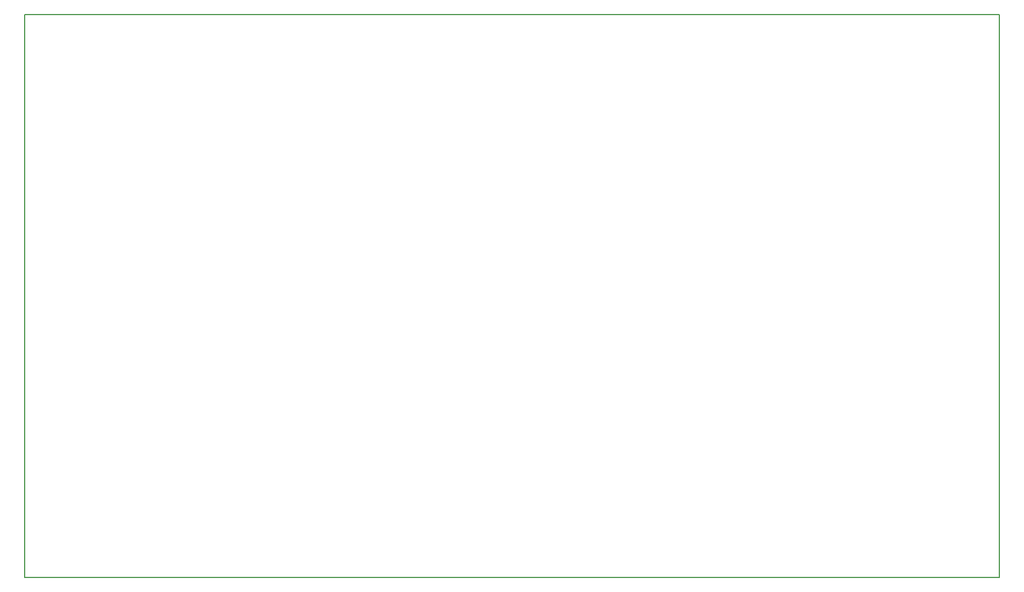
<source format=gbr>
G04 EasyPC Gerber Version 21.0.3 Build 4286 *
%FSLAX35Y35*%
%MOIN*%
%ADD11C,0.00500*%
X0Y0D02*
D02*
D11*
X250Y250D02*
X580250D01*
Y335250*
X250*
Y250*
X0Y0D02*
M02*

</source>
